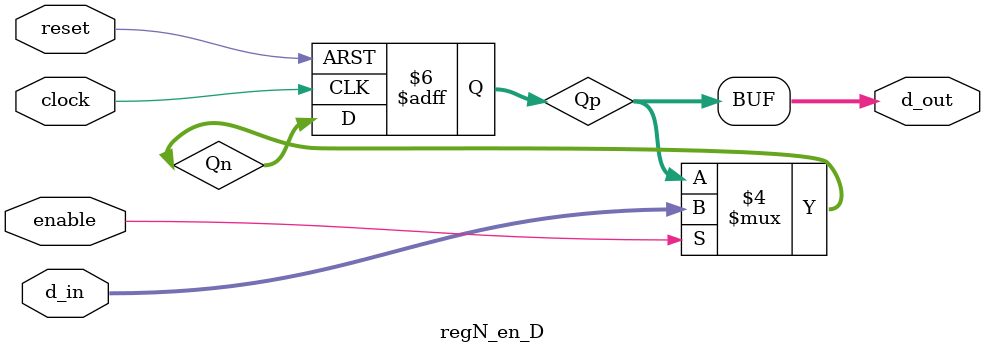
<source format=sv>

module regN_en_D 
    #(
    parameter N = 8                     // generic width
    )(
    input  logic            clock,      // master clock
    input  logic            reset,      // master reset
    input  logic            enable,     // enable
    input  logic [N-1:0]    d_in,       // data in
    output logic [N-1:0]    d_out       // data out
    );

    logic [N-1:0] Qp, Qn;   // inner states
    
    always_comb begin
        if (enable)
            Qn = d_in;  // load
        else    
            Qn = Qp;    // hold

        d_out = Qp;     // data out
    end

    always_ff @(posedge clock, posedge reset) begin
        if (reset)
            Qp <= '0;
        else
            Qp <= Qn;
    end

endmodule

</source>
